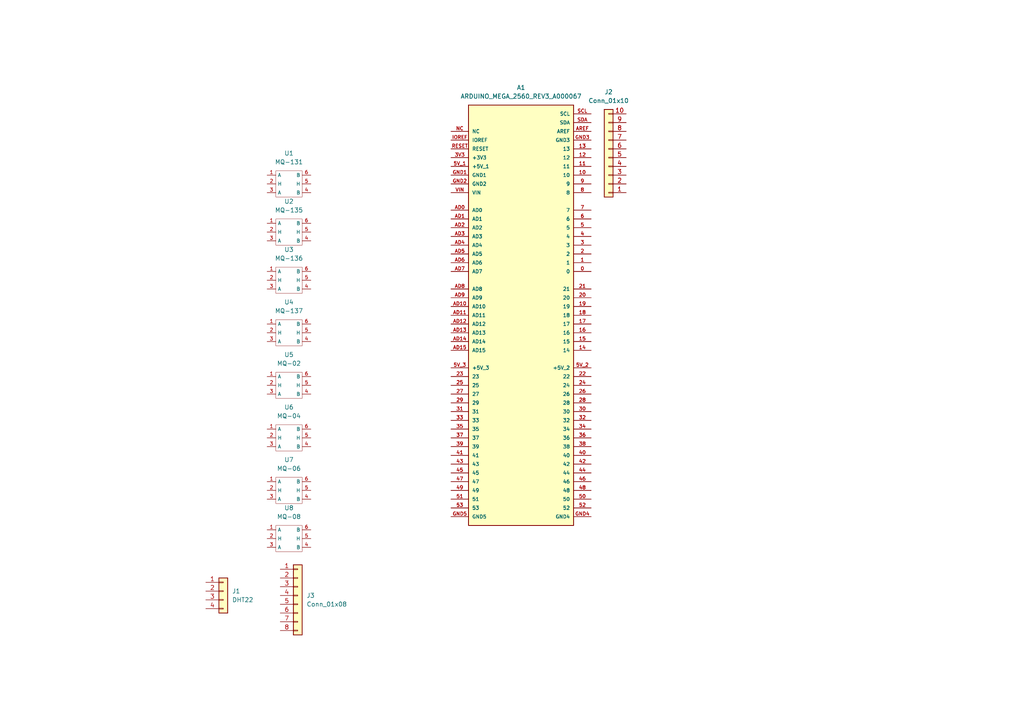
<source format=kicad_sch>
(kicad_sch (version 20250114) (generator "eeschema") (generator_version "9.0")
  (paper "A4")
  (lib_symbols
    (symbol "ARDUINO_MEGA_2560_REV3_A000067:ARDUINO_MEGA_2560_REV3_A000067" (pin_names (offset 1.016))
      (property "Reference" "A" (at -15.24 61.595 0))
      (property "Value" "ARDUINO_MEGA_2560_REV3_A000067" (at -15.24 -63.5 0))
      (symbol "ARDUINO_MEGA_2560_REV3_A000067_0_0"
        (rectangle (start -15.24 -60.96) (end 15.24 60.96) (stroke (width 0.254)) (fill (type background)))
        (pin passive line (at -20.32 53.34 0) (length 5.08) (name "NC") (number "NC"))
        (pin passive line (at -20.32 50.8 0) (length 5.08) (name "IOREF") (number "IOREF"))
        (pin passive line (at -20.32 48.26 0) (length 5.08) (name "RESET") (number "RESET"))
        (pin passive line (at -20.32 45.72 0) (length 5.08) (name "+3V3") (number "3V3"))
        (pin passive line (at -20.32 43.18 0) (length 5.08) (name "+5V_1") (number "5V_1"))
        (pin passive line (at -20.32 40.64 0) (length 5.08) (name "GND1") (number "GND1"))
        (pin passive line (at -20.32 38.1 0) (length 5.08) (name "GND2") (number "GND2"))
        (pin passive line (at -20.32 35.56 0) (length 5.08) (name "VIN") (number "VIN"))
        (pin passive line (at -20.32 30.48 0) (length 5.08) (name "AD0") (number "AD0"))
        (pin passive line (at -20.32 27.94 0) (length 5.08) (name "AD1") (number "AD1"))
        (pin passive line (at -20.32 25.4 0) (length 5.08) (name "AD2") (number "AD2"))
        (pin passive line (at -20.32 22.86 0) (length 5.08) (name "AD3") (number "AD3"))
        (pin passive line (at -20.32 20.32 0) (length 5.08) (name "AD4") (number "AD4"))
        (pin passive line (at -20.32 17.78 0) (length 5.08) (name "AD5") (number "AD5"))
        (pin passive line (at -20.32 15.24 0) (length 5.08) (name "AD6") (number "AD6"))
        (pin passive line (at -20.32 12.7 0) (length 5.08) (name "AD7") (number "AD7"))
        (pin passive line (at -20.32 7.62 0) (length 5.08) (name "AD8") (number "AD8"))
        (pin passive line (at -20.32 5.08 0) (length 5.08) (name "AD9") (number "AD9"))
        (pin passive line (at -20.32 2.54 0) (length 5.08) (name "AD10") (number "AD10"))
        (pin passive line (at -20.32 0 0) (length 5.08) (name "AD11") (number "AD11"))
        (pin passive line (at -20.32 -2.54 0) (length 5.08) (name "AD12") (number "AD12"))
        (pin passive line (at -20.32 -5.08 0) (length 5.08) (name "AD13") (number "AD13"))
        (pin passive line (at -20.32 -7.62 0) (length 5.08) (name "AD14") (number "AD14"))
        (pin passive line (at -20.32 -10.16 0) (length 5.08) (name "AD15") (number "AD15"))
        (pin passive line (at -20.32 -15.24 0) (length 5.08) (name "+5V_3") (number "5V_3"))
        (pin passive line (at -20.32 -17.78 0) (length 5.08) (name "23") (number "23"))
        (pin passive line (at -20.32 -20.32 0) (length 5.08) (name "25") (number "25"))
        (pin passive line (at -20.32 -22.86 0) (length 5.08) (name "27") (number "27"))
        (pin passive line (at -20.32 -25.4 0) (length 5.08) (name "29") (number "29"))
        (pin passive line (at -20.32 -27.94 0) (length 5.08) (name "31") (number "31"))
        (pin passive line (at -20.32 -30.48 0) (length 5.08) (name "33") (number "33"))
        (pin passive line (at -20.32 -33.02 0) (length 5.08) (name "35") (number "35"))
        (pin passive line (at -20.32 -35.56 0) (length 5.08) (name "37") (number "37"))
        (pin passive line (at -20.32 -38.1 0) (length 5.08) (name "39") (number "39"))
        (pin passive line (at -20.32 -40.64 0) (length 5.08) (name "41") (number "41"))
        (pin passive line (at -20.32 -43.18 0) (length 5.08) (name "43") (number "43"))
        (pin passive line (at -20.32 -45.72 0) (length 5.08) (name "45") (number "45"))
        (pin passive line (at -20.32 -48.26 0) (length 5.08) (name "47") (number "47"))
        (pin passive line (at -20.32 -50.8 0) (length 5.08) (name "49") (number "49"))
        (pin passive line (at -20.32 -53.34 0) (length 5.08) (name "51") (number "51"))
        (pin passive line (at -20.32 -55.88 0) (length 5.08) (name "53") (number "53"))
        (pin passive line (at -20.32 -58.42 0) (length 5.08) (name "GND5") (number "GND5"))
        (pin passive line (at 20.32 58.42 180) (length 5.08) (name "SCL") (number "SCL"))
        (pin passive line (at 20.32 55.88 180) (length 5.08) (name "SDA") (number "SDA"))
        (pin passive line (at 20.32 53.34 180) (length 5.08) (name "AREF") (number "AREF"))
        (pin passive line (at 20.32 50.8 180) (length 5.08) (name "GND3") (number "GND3"))
        (pin passive line (at 20.32 48.26 180) (length 5.08) (name "13") (number "13"))
        (pin passive line (at 20.32 45.72 180) (length 5.08) (name "12") (number "12"))
        (pin passive line (at 20.32 43.18 180) (length 5.08) (name "11") (number "11"))
        (pin passive line (at 20.32 40.64 180) (length 5.08) (name "10") (number "10"))
        (pin passive line (at 20.32 38.1 180) (length 5.08) (name "9") (number "9"))
        (pin passive line (at 20.32 35.56 180) (length 5.08) (name "8") (number "8"))
        (pin passive line (at 20.32 30.48 180) (length 5.08) (name "7") (number "7"))
        (pin passive line (at 20.32 27.94 180) (length 5.08) (name "6") (number "6"))
        (pin passive line (at 20.32 25.4 180) (length 5.08) (name "5") (number "5"))
        (pin passive line (at 20.32 22.86 180) (length 5.08) (name "4") (number "4"))
        (pin passive line (at 20.32 20.32 180) (length 5.08) (name "3") (number "3"))
        (pin passive line (at 20.32 17.78 180) (length 5.08) (name "2") (number "2"))
        (pin passive line (at 20.32 15.24 180) (length 5.08) (name "1") (number "1"))
        (pin passive line (at 20.32 12.7 180) (length 5.08) (name "0") (number "0"))
        (pin passive line (at 20.32 7.62 180) (length 5.08) (name "21") (number "21"))
        (pin passive line (at 20.32 5.08 180) (length 5.08) (name "20") (number "20"))
        (pin passive line (at 20.32 2.54 180) (length 5.08) (name "19") (number "19"))
        (pin passive line (at 20.32 0 180) (length 5.08) (name "18") (number "18"))
        (pin passive line (at 20.32 -2.54 180) (length 5.08) (name "17") (number "17"))
        (pin passive line (at 20.32 -5.08 180) (length 5.08) (name "16") (number "16"))
        (pin passive line (at 20.32 -7.62 180) (length 5.08) (name "15") (number "15"))
        (pin passive line (at 20.32 -10.16 180) (length 5.08) (name "14") (number "14"))
        (pin passive line (at 20.32 -15.24 180) (length 5.08) (name "+5V_2") (number "5V_2"))
        (pin passive line (at 20.32 -17.78 180) (length 5.08) (name "22") (number "22"))
        (pin passive line (at 20.32 -20.32 180) (length 5.08) (name "24") (number "24"))
        (pin passive line (at 20.32 -22.86 180) (length 5.08) (name "26") (number "26"))
        (pin passive line (at 20.32 -25.4 180) (length 5.08) (name "28") (number "28"))
        (pin passive line (at 20.32 -27.94 180) (length 5.08) (name "30") (number "30"))
        (pin passive line (at 20.32 -30.48 180) (length 5.08) (name "32") (number "32"))
        (pin passive line (at 20.32 -33.02 180) (length 5.08) (name "34") (number "34"))
        (pin passive line (at 20.32 -35.56 180) (length 5.08) (name "36") (number "36"))
        (pin passive line (at 20.32 -38.1 180) (length 5.08) (name "38") (number "38"))
        (pin passive line (at 20.32 -40.64 180) (length 5.08) (name "40") (number "40"))
        (pin passive line (at 20.32 -43.18 180) (length 5.08) (name "42") (number "42"))
        (pin passive line (at 20.32 -45.72 180) (length 5.08) (name "44") (number "44"))
        (pin passive line (at 20.32 -48.26 180) (length 5.08) (name "46") (number "46"))
        (pin passive line (at 20.32 -50.8 180) (length 5.08) (name "48") (number "48"))
        (pin passive line (at 20.32 -53.34 180) (length 5.08) (name "50") (number "50"))
        (pin passive line (at 20.32 -55.88 180) (length 5.08) (name "52") (number "52"))
        (pin passive line (at 20.32 -58.42 180) (length 5.08) (name "GND4") (number "GND4"))
      )
    )
    (symbol "Connector_Generic:Conn_01x04" (pin_names (offset 1.016) (hide yes))
      (property "Reference" "J" (at 0 5.08 0))
      (property "Value" "Conn_01x04" (at 0 -7.62 0))
      (symbol "Conn_01x04_1_1"
        (rectangle (start -1.27 3.81) (end 1.27 -6.35) (stroke (width 0.254)) (fill (type background)))
        (rectangle (start -1.27 2.667) (end 0 2.413) (stroke (width 0.1524)))
        (rectangle (start -1.27 0.127) (end 0 -0.127) (stroke (width 0.1524)))
        (rectangle (start -1.27 -2.413) (end 0 -2.667) (stroke (width 0.1524)))
        (rectangle (start -1.27 -4.953) (end 0 -5.207) (stroke (width 0.1524)))
        (pin passive line (at -5.08 2.54 0) (length 3.81) (name "Pin_1") (number "1"))
        (pin passive line (at -5.08 0 0) (length 3.81) (name "Pin_2") (number "2"))
        (pin passive line (at -5.08 -2.54 0) (length 3.81) (name "Pin_3") (number "3"))
        (pin passive line (at -5.08 -5.08 0) (length 3.81) (name "Pin_4") (number "4"))
      )
    )
    (symbol "Connector_Generic:Conn_01x08" (pin_names (offset 1.016) (hide yes))
      (property "Reference" "J" (at 0 10.16 0))
      (property "Value" "Conn_01x08" (at 0 -12.7 0))
      (symbol "Conn_01x08_1_1"
        (rectangle (start -1.27 8.89) (end 1.27 -11.43) (stroke (width 0.254)) (fill (type background)))
        (rectangle (start -1.27 7.747) (end 0 7.493) (stroke (width 0.1524)))
        (rectangle (start -1.27 5.207) (end 0 4.953) (stroke (width 0.1524)))
        (rectangle (start -1.27 2.667) (end 0 2.413) (stroke (width 0.1524)))
        (rectangle (start -1.27 0.127) (end 0 -0.127) (stroke (width 0.1524)))
        (rectangle (start -1.27 -2.413) (end 0 -2.667) (stroke (width 0.1524)))
        (rectangle (start -1.27 -4.953) (end 0 -5.207) (stroke (width 0.1524)))
        (rectangle (start -1.27 -7.493) (end 0 -7.747) (stroke (width 0.1524)))
        (rectangle (start -1.27 -10.033) (end 0 -10.287) (stroke (width 0.1524)))
        (pin passive line (at -5.08 7.62 0) (length 3.81) (name "Pin_1") (number "1"))
        (pin passive line (at -5.08 5.08 0) (length 3.81) (name "Pin_2") (number "2"))
        (pin passive line (at -5.08 2.54 0) (length 3.81) (name "Pin_3") (number "3"))
        (pin passive line (at -5.08 0 0) (length 3.81) (name "Pin_4") (number "4"))
        (pin passive line (at -5.08 -2.54 0) (length 3.81) (name "Pin_5") (number "5"))
        (pin passive line (at -5.08 -5.08 0) (length 3.81) (name "Pin_6") (number "6"))
        (pin passive line (at -5.08 -7.62 0) (length 3.81) (name "Pin_7") (number "7"))
        (pin passive line (at -5.08 -10.16 0) (length 3.81) (name "Pin_8") (number "8"))
      )
    )
    (symbol "Connector_Generic:Conn_01x10" (pin_names (offset 1.016) (hide yes))
      (property "Reference" "J" (at 0 12.7 0))
      (property "Value" "Conn_01x10" (at 0 -15.24 0))
      (symbol "Conn_01x10_1_1"
        (rectangle (start -1.27 11.43) (end 1.27 -13.97) (stroke (width 0.254)) (fill (type background)))
        (rectangle (start -1.27 10.287) (end 0 10.033) (stroke (width 0.1524)))
        (rectangle (start -1.27 7.747) (end 0 7.493) (stroke (width 0.1524)))
        (rectangle (start -1.27 5.207) (end 0 4.953) (stroke (width 0.1524)))
        (rectangle (start -1.27 2.667) (end 0 2.413) (stroke (width 0.1524)))
        (rectangle (start -1.27 0.127) (end 0 -0.127) (stroke (width 0.1524)))
        (rectangle (start -1.27 -2.413) (end 0 -2.667) (stroke (width 0.1524)))
        (rectangle (start -1.27 -4.953) (end 0 -5.207) (stroke (width 0.1524)))
        (rectangle (start -1.27 -7.493) (end 0 -7.747) (stroke (width 0.1524)))
        (rectangle (start -1.27 -10.033) (end 0 -10.287) (stroke (width 0.1524)))
        (rectangle (start -1.27 -12.573) (end 0 -12.827) (stroke (width 0.1524)))
        (pin passive line (at -5.08 10.16 0) (length 3.81) (name "Pin_1") (number "1"))
        (pin passive line (at -5.08 7.62 0) (length 3.81) (name "Pin_2") (number "2"))
        (pin passive line (at -5.08 5.08 0) (length 3.81) (name "Pin_3") (number "3"))
        (pin passive line (at -5.08 2.54 0) (length 3.81) (name "Pin_4") (number "4"))
        (pin passive line (at -5.08 0 0) (length 3.81) (name "Pin_5") (number "5"))
        (pin passive line (at -5.08 -2.54 0) (length 3.81) (name "Pin_6") (number "6"))
        (pin passive line (at -5.08 -5.08 0) (length 3.81) (name "Pin_7") (number "7"))
        (pin passive line (at -5.08 -7.62 0) (length 3.81) (name "Pin_8") (number "8"))
        (pin passive line (at -5.08 -10.16 0) (length 3.81) (name "Pin_9") (number "9"))
        (pin passive line (at -5.08 -12.7 0) (length 3.81) (name "Pin_10") (number "10"))
      )
    )
    (symbol "MQ-X:MQ"
      (property "Reference" "U1" (at 1.905 5.08 0))
      (property "Value" "MQ-X" (at 0 -5.08 0))
      (symbol "MQ_0_1"
        (rectangle (start -3.81 3.81) (end 3.81 -3.81) (stroke (width 0.0006)))
      )
      (symbol "MQ_1_1"
        (pin input line (at -6.35 2.54 0) (length 2.54) (name "A") (number "1"))
        (pin input line (at -6.35 0 0) (length 2.54) (name "H") (number "2"))
        (pin input line (at -6.35 -2.54 0) (length 2.54) (name "A") (number "3"))
        (pin input line (at 6.35 2.54 180) (length 2.54) (name "B") (number "6"))
        (pin input line (at 6.35 0 180) (length 2.54) (name "H") (number "5"))
        (pin input line (at 6.35 -2.54 180) (length 2.54) (name "B") (number "4"))
      )
    )
  )
  (symbol (lib_id "MQ-X:MQ") (at 83.82 81.28 0) (unit 1)
    (property "Reference" "U3" (at 83.82 72.39 0))
    (property "Value" "MQ-136" (at 83.82 74.93 0))
    (property "Footprint" "MQ-X:MQ" (effects (hide yes)))
  )
  (symbol (lib_id "MQ-X:MQ") (at 83.82 53.34 0) (unit 1)
    (property "Reference" "U1" (at 83.82 44.45 0))
    (property "Value" "MQ-131" (at 83.82 46.99 0))
    (property "Footprint" "MQ-X:MQ" (effects (hide yes)))
  )
  (symbol (lib_id "ARDUINO_MEGA_2560_REV3_A000067:ARDUINO_MEGA_2560_REV3_A000067") (at 151.13 91.44 0) (unit 1)
    (property "Reference" "A1" (at 151.13 25.4 0))
    (property "Value" "ARDUINO_MEGA_2560_REV3_A000067" (at 151.13 27.94 0))
    (property "Footprint" "ARDUINO_MEGA_2560_REV3_A000067:ARDUINO_ARDUINO_MEGA_2560_REV3_A000067" (effects (hide yes)))
    (property "MF" "Arduino" (effects (hide yes)))
    (property "Description_1" "ATmega2560 Arduino Mega2560 AVR® ATmega AVR MCU 8-Bit Embedded Evaluation Board" (effects (hide yes)))
    (property "Package" "Non-Standard Arduino" (effects (hide yes)))
    (property "Price" "None" (effects (hide yes)))
    (property "Check_prices" "https://www.snapeda.com/parts/ARDUINO%20MEGA%202560%20REV3%20%7C%20A000067/Arduino/view-part/?ref=eda" (effects (hide yes)))
    (property "STANDARD" "Manufacturer Recommendations" (effects (hide yes)))
    (property "PARTREV" "3" (effects (hide yes)))
    (property "SnapEDA_Link" "https://www.snapeda.com/parts/ARDUINO%20MEGA%202560%20REV3%20%7C%20A000067/Arduino/view-part/?ref=snap" (effects (hide yes)))
    (property "MP" "ARDUINO MEGA 2560 REV3 | A000067" (effects (hide yes)))
    (property "MANUFACTURER" "Arduino" (effects (hide yes)))
    (property "Availability" "Not in stock" (effects (hide yes)))
    (property "SNAPEDA_PN" "ARDUINO MEGA 2560 REV3 | A000067" (effects (hide yes)))
  )
  (symbol (lib_id "MQ-X:MQ") (at 83.82 142.24 0) (unit 1)
    (property "Reference" "U7" (at 83.82 133.35 0))
    (property "Value" "MQ-06" (at 83.82 135.89 0))
    (property "Footprint" "MQ-X:MQ" (effects (hide yes)))
  )
  (symbol (lib_id "Connector_Generic:Conn_01x04") (at 64.77 171.45 0) (unit 1)
    (property "Reference" "J1" (at 67.31 171.4499 0) (effects (justify left)))
    (property "Value" "DHT22" (at 67.31 173.9899 0) (effects (justify left)))
    (property "Footprint" "Connector_PinSocket_2.54mm:PinSocket_1x04_P2.54mm_Vertical" (effects (hide yes)))
    (property "Description" "Generic connector, single row, 01x04, script generated (kicad-library-utils/schlib/autogen/connector/)" (effects (hide yes)))
  )
  (symbol (lib_id "MQ-X:MQ") (at 83.82 96.52 0) (unit 1)
    (property "Reference" "U4" (at 83.82 87.63 0))
    (property "Value" "MQ-137" (at 83.82 90.17 0))
    (property "Footprint" "MQ-X:MQ" (effects (hide yes)))
  )
  (symbol (lib_id "MQ-X:MQ") (at 83.82 67.31 0) (unit 1)
    (property "Reference" "U2" (at 83.82 58.42 0))
    (property "Value" "MQ-135" (at 83.82 60.96 0))
    (property "Footprint" "MQ-X:MQ" (effects (hide yes)))
  )
  (symbol (lib_id "MQ-X:MQ") (at 83.82 111.76 0) (unit 1)
    (property "Reference" "U5" (at 83.82 102.87 0))
    (property "Value" "MQ-02" (at 83.82 105.41 0))
    (property "Footprint" "MQ-X:MQ" (effects (hide yes)))
  )
  (symbol (lib_id "Connector_Generic:Conn_01x08") (at 86.36 172.72 0) (unit 1)
    (property "Reference" "J3" (at 88.9 172.7199 0) (effects (justify left)))
    (property "Value" "Conn_01x08" (at 88.9 175.2599 0) (effects (justify left)))
    (property "Footprint" "Connector_PinHeader_2.54mm:PinHeader_1x08_P2.54mm_Vertical" (effects (hide yes)))
    (property "Description" "Generic connector, single row, 01x08, script generated (kicad-library-utils/schlib/autogen/connector/)" (effects (hide yes)))
  )
  (symbol (lib_id "MQ-X:MQ") (at 83.82 156.21 0) (unit 1)
    (property "Reference" "U8" (at 83.82 147.32 0))
    (property "Value" "MQ-08" (at 83.82 149.86 0))
    (property "Footprint" "MQ-X:MQ" (effects (hide yes)))
  )
  (symbol (lib_id "MQ-X:MQ") (at 83.82 127 0) (unit 1)
    (property "Reference" "U6" (at 83.82 118.11 0))
    (property "Value" "MQ-04" (at 83.82 120.65 0))
    (property "Footprint" "MQ-X:MQ" (effects (hide yes)))
  )
  (symbol (lib_id "Connector_Generic:Conn_01x10") (at 176.53 45.72 180) (unit 1)
    (property "Reference" "J2" (at 176.53 26.67 0))
    (property "Value" "Conn_01x10" (at 176.53 29.21 0))
    (property "Footprint" "Connector_PinHeader_2.54mm:PinHeader_1x10_P2.54mm_Vertical" (effects (hide yes)))
    (property "Description" "Generic connector, single row, 01x10, script generated (kicad-library-utils/schlib/autogen/connector/)" (effects (hide yes)))
  )
)
</source>
